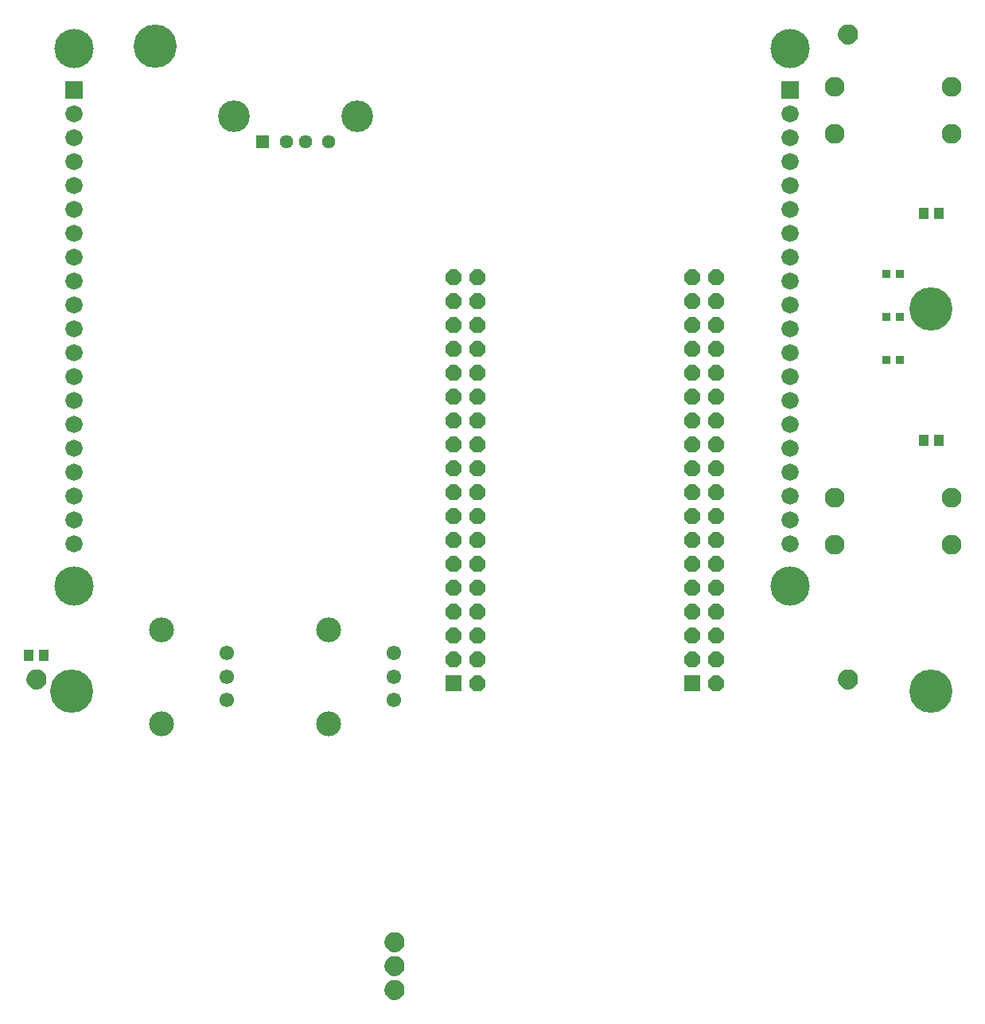
<source format=gbr>
G04 EAGLE Gerber RS-274X export*
G75*
%MOMM*%
%FSLAX34Y34*%
%LPD*%
%INSoldermask Top*%
%IPPOS*%
%AMOC8*
5,1,8,0,0,1.08239X$1,22.5*%
G01*
%ADD10R,0.952400X0.952400*%
%ADD11R,1.676400X1.676400*%
%ADD12P,1.814519X8X112.500000*%
%ADD13C,1.552400*%
%ADD14C,2.652400*%
%ADD15C,2.112400*%
%ADD16R,1.828800X1.828800*%
%ADD17C,1.828800*%
%ADD18C,4.168400*%
%ADD19R,1.102359X1.183641*%
%ADD20R,1.440400X1.440400*%
%ADD21C,1.440400*%
%ADD22C,3.372400*%
%ADD23C,0.609600*%
%ADD24C,1.168400*%
%ADD25C,4.597400*%


D10*
X929760Y402590D03*
X944760Y402590D03*
D11*
X469640Y59100D03*
D12*
X495040Y59100D03*
X469640Y84500D03*
X495040Y84500D03*
X469640Y109900D03*
X495040Y109900D03*
X469640Y135300D03*
X495040Y135300D03*
X469640Y160700D03*
X495040Y160700D03*
X469640Y186100D03*
X495040Y186100D03*
X469640Y211500D03*
X495040Y211500D03*
X469640Y236900D03*
X495040Y236900D03*
X469640Y262300D03*
X495040Y262300D03*
X469640Y287700D03*
X495040Y287700D03*
X469640Y313100D03*
X495040Y313100D03*
X469640Y338500D03*
X495040Y338500D03*
X469640Y363900D03*
X495040Y363900D03*
X469640Y389300D03*
X495040Y389300D03*
X469640Y414700D03*
X495040Y414700D03*
X469640Y440100D03*
X495040Y440100D03*
X469640Y465500D03*
X495040Y465500D03*
X469640Y490900D03*
X495040Y490900D03*
D11*
X723640Y59100D03*
D12*
X749040Y59100D03*
X723640Y84500D03*
X749040Y84500D03*
X723640Y109900D03*
X749040Y109900D03*
X723640Y135300D03*
X749040Y135300D03*
X723640Y160700D03*
X749040Y160700D03*
X723640Y186100D03*
X749040Y186100D03*
X723640Y211500D03*
X749040Y211500D03*
X723640Y236900D03*
X749040Y236900D03*
X723640Y262300D03*
X749040Y262300D03*
X723640Y287700D03*
X749040Y287700D03*
X723640Y313100D03*
X749040Y313100D03*
X723640Y338500D03*
X749040Y338500D03*
X723640Y363900D03*
X749040Y363900D03*
X723640Y389300D03*
X749040Y389300D03*
X723640Y414700D03*
X749040Y414700D03*
X723640Y440100D03*
X749040Y440100D03*
X723640Y465500D03*
X749040Y465500D03*
X723640Y490900D03*
X749040Y490900D03*
D13*
X406400Y41040D03*
X406400Y66040D03*
X406400Y91040D03*
D14*
X336400Y16040D03*
X336400Y116040D03*
D15*
X999760Y693020D03*
X999760Y643020D03*
X874760Y643020D03*
X874760Y693020D03*
D16*
X828040Y689610D03*
D17*
X828040Y664210D03*
X828040Y638810D03*
X828040Y613410D03*
X828040Y588010D03*
X828040Y562610D03*
X828040Y537210D03*
X828040Y511810D03*
X828040Y486410D03*
X828040Y461010D03*
X828040Y435610D03*
X828040Y410210D03*
X828040Y384810D03*
X828040Y359410D03*
X828040Y334010D03*
X828040Y308610D03*
X828040Y283210D03*
X828040Y257810D03*
X828040Y232410D03*
X828040Y207010D03*
D16*
X66040Y689610D03*
D17*
X66040Y664210D03*
X66040Y638810D03*
X66040Y613410D03*
X66040Y588010D03*
X66040Y562610D03*
X66040Y537210D03*
X66040Y511810D03*
X66040Y486410D03*
X66040Y461010D03*
X66040Y435610D03*
X66040Y410210D03*
X66040Y384810D03*
X66040Y359410D03*
X66040Y334010D03*
X66040Y308610D03*
X66040Y283210D03*
X66040Y257810D03*
X66040Y232410D03*
X66040Y207010D03*
D18*
X66040Y734060D03*
X66040Y162560D03*
X828040Y734060D03*
X828040Y162560D03*
D10*
X929760Y448310D03*
X944760Y448310D03*
X929760Y494030D03*
X944760Y494030D03*
D19*
X969899Y558800D03*
X985901Y558800D03*
D13*
X228600Y41040D03*
X228600Y66040D03*
X228600Y91040D03*
D14*
X158600Y16040D03*
X158600Y116040D03*
D20*
X266700Y635000D03*
D21*
X291700Y635000D03*
X311700Y635000D03*
X336700Y635000D03*
D22*
X236000Y662100D03*
X367400Y662100D03*
D15*
X999760Y256140D03*
X999760Y206140D03*
X874760Y206140D03*
X874760Y256140D03*
D19*
X969899Y317500D03*
X985901Y317500D03*
X17399Y88900D03*
X33401Y88900D03*
D23*
X881380Y63500D02*
X881382Y63687D01*
X881389Y63874D01*
X881401Y64061D01*
X881417Y64247D01*
X881437Y64433D01*
X881462Y64618D01*
X881492Y64803D01*
X881526Y64987D01*
X881565Y65170D01*
X881608Y65352D01*
X881656Y65532D01*
X881708Y65712D01*
X881765Y65890D01*
X881825Y66067D01*
X881891Y66242D01*
X881960Y66416D01*
X882034Y66588D01*
X882112Y66758D01*
X882194Y66926D01*
X882280Y67092D01*
X882370Y67256D01*
X882464Y67417D01*
X882562Y67577D01*
X882664Y67733D01*
X882770Y67888D01*
X882880Y68039D01*
X882993Y68188D01*
X883110Y68334D01*
X883230Y68477D01*
X883354Y68617D01*
X883481Y68754D01*
X883612Y68888D01*
X883746Y69019D01*
X883883Y69146D01*
X884023Y69270D01*
X884166Y69390D01*
X884312Y69507D01*
X884461Y69620D01*
X884612Y69730D01*
X884767Y69836D01*
X884923Y69938D01*
X885083Y70036D01*
X885244Y70130D01*
X885408Y70220D01*
X885574Y70306D01*
X885742Y70388D01*
X885912Y70466D01*
X886084Y70540D01*
X886258Y70609D01*
X886433Y70675D01*
X886610Y70735D01*
X886788Y70792D01*
X886968Y70844D01*
X887148Y70892D01*
X887330Y70935D01*
X887513Y70974D01*
X887697Y71008D01*
X887882Y71038D01*
X888067Y71063D01*
X888253Y71083D01*
X888439Y71099D01*
X888626Y71111D01*
X888813Y71118D01*
X889000Y71120D01*
X889187Y71118D01*
X889374Y71111D01*
X889561Y71099D01*
X889747Y71083D01*
X889933Y71063D01*
X890118Y71038D01*
X890303Y71008D01*
X890487Y70974D01*
X890670Y70935D01*
X890852Y70892D01*
X891032Y70844D01*
X891212Y70792D01*
X891390Y70735D01*
X891567Y70675D01*
X891742Y70609D01*
X891916Y70540D01*
X892088Y70466D01*
X892258Y70388D01*
X892426Y70306D01*
X892592Y70220D01*
X892756Y70130D01*
X892917Y70036D01*
X893077Y69938D01*
X893233Y69836D01*
X893388Y69730D01*
X893539Y69620D01*
X893688Y69507D01*
X893834Y69390D01*
X893977Y69270D01*
X894117Y69146D01*
X894254Y69019D01*
X894388Y68888D01*
X894519Y68754D01*
X894646Y68617D01*
X894770Y68477D01*
X894890Y68334D01*
X895007Y68188D01*
X895120Y68039D01*
X895230Y67888D01*
X895336Y67733D01*
X895438Y67577D01*
X895536Y67417D01*
X895630Y67256D01*
X895720Y67092D01*
X895806Y66926D01*
X895888Y66758D01*
X895966Y66588D01*
X896040Y66416D01*
X896109Y66242D01*
X896175Y66067D01*
X896235Y65890D01*
X896292Y65712D01*
X896344Y65532D01*
X896392Y65352D01*
X896435Y65170D01*
X896474Y64987D01*
X896508Y64803D01*
X896538Y64618D01*
X896563Y64433D01*
X896583Y64247D01*
X896599Y64061D01*
X896611Y63874D01*
X896618Y63687D01*
X896620Y63500D01*
X896618Y63313D01*
X896611Y63126D01*
X896599Y62939D01*
X896583Y62753D01*
X896563Y62567D01*
X896538Y62382D01*
X896508Y62197D01*
X896474Y62013D01*
X896435Y61830D01*
X896392Y61648D01*
X896344Y61468D01*
X896292Y61288D01*
X896235Y61110D01*
X896175Y60933D01*
X896109Y60758D01*
X896040Y60584D01*
X895966Y60412D01*
X895888Y60242D01*
X895806Y60074D01*
X895720Y59908D01*
X895630Y59744D01*
X895536Y59583D01*
X895438Y59423D01*
X895336Y59267D01*
X895230Y59112D01*
X895120Y58961D01*
X895007Y58812D01*
X894890Y58666D01*
X894770Y58523D01*
X894646Y58383D01*
X894519Y58246D01*
X894388Y58112D01*
X894254Y57981D01*
X894117Y57854D01*
X893977Y57730D01*
X893834Y57610D01*
X893688Y57493D01*
X893539Y57380D01*
X893388Y57270D01*
X893233Y57164D01*
X893077Y57062D01*
X892917Y56964D01*
X892756Y56870D01*
X892592Y56780D01*
X892426Y56694D01*
X892258Y56612D01*
X892088Y56534D01*
X891916Y56460D01*
X891742Y56391D01*
X891567Y56325D01*
X891390Y56265D01*
X891212Y56208D01*
X891032Y56156D01*
X890852Y56108D01*
X890670Y56065D01*
X890487Y56026D01*
X890303Y55992D01*
X890118Y55962D01*
X889933Y55937D01*
X889747Y55917D01*
X889561Y55901D01*
X889374Y55889D01*
X889187Y55882D01*
X889000Y55880D01*
X888813Y55882D01*
X888626Y55889D01*
X888439Y55901D01*
X888253Y55917D01*
X888067Y55937D01*
X887882Y55962D01*
X887697Y55992D01*
X887513Y56026D01*
X887330Y56065D01*
X887148Y56108D01*
X886968Y56156D01*
X886788Y56208D01*
X886610Y56265D01*
X886433Y56325D01*
X886258Y56391D01*
X886084Y56460D01*
X885912Y56534D01*
X885742Y56612D01*
X885574Y56694D01*
X885408Y56780D01*
X885244Y56870D01*
X885083Y56964D01*
X884923Y57062D01*
X884767Y57164D01*
X884612Y57270D01*
X884461Y57380D01*
X884312Y57493D01*
X884166Y57610D01*
X884023Y57730D01*
X883883Y57854D01*
X883746Y57981D01*
X883612Y58112D01*
X883481Y58246D01*
X883354Y58383D01*
X883230Y58523D01*
X883110Y58666D01*
X882993Y58812D01*
X882880Y58961D01*
X882770Y59112D01*
X882664Y59267D01*
X882562Y59423D01*
X882464Y59583D01*
X882370Y59744D01*
X882280Y59908D01*
X882194Y60074D01*
X882112Y60242D01*
X882034Y60412D01*
X881960Y60584D01*
X881891Y60758D01*
X881825Y60933D01*
X881765Y61110D01*
X881708Y61288D01*
X881656Y61468D01*
X881608Y61648D01*
X881565Y61830D01*
X881526Y62013D01*
X881492Y62197D01*
X881462Y62382D01*
X881437Y62567D01*
X881417Y62753D01*
X881401Y62939D01*
X881389Y63126D01*
X881382Y63313D01*
X881380Y63500D01*
D24*
X889000Y63500D03*
D23*
X17780Y63500D02*
X17782Y63687D01*
X17789Y63874D01*
X17801Y64061D01*
X17817Y64247D01*
X17837Y64433D01*
X17862Y64618D01*
X17892Y64803D01*
X17926Y64987D01*
X17965Y65170D01*
X18008Y65352D01*
X18056Y65532D01*
X18108Y65712D01*
X18165Y65890D01*
X18225Y66067D01*
X18291Y66242D01*
X18360Y66416D01*
X18434Y66588D01*
X18512Y66758D01*
X18594Y66926D01*
X18680Y67092D01*
X18770Y67256D01*
X18864Y67417D01*
X18962Y67577D01*
X19064Y67733D01*
X19170Y67888D01*
X19280Y68039D01*
X19393Y68188D01*
X19510Y68334D01*
X19630Y68477D01*
X19754Y68617D01*
X19881Y68754D01*
X20012Y68888D01*
X20146Y69019D01*
X20283Y69146D01*
X20423Y69270D01*
X20566Y69390D01*
X20712Y69507D01*
X20861Y69620D01*
X21012Y69730D01*
X21167Y69836D01*
X21323Y69938D01*
X21483Y70036D01*
X21644Y70130D01*
X21808Y70220D01*
X21974Y70306D01*
X22142Y70388D01*
X22312Y70466D01*
X22484Y70540D01*
X22658Y70609D01*
X22833Y70675D01*
X23010Y70735D01*
X23188Y70792D01*
X23368Y70844D01*
X23548Y70892D01*
X23730Y70935D01*
X23913Y70974D01*
X24097Y71008D01*
X24282Y71038D01*
X24467Y71063D01*
X24653Y71083D01*
X24839Y71099D01*
X25026Y71111D01*
X25213Y71118D01*
X25400Y71120D01*
X25587Y71118D01*
X25774Y71111D01*
X25961Y71099D01*
X26147Y71083D01*
X26333Y71063D01*
X26518Y71038D01*
X26703Y71008D01*
X26887Y70974D01*
X27070Y70935D01*
X27252Y70892D01*
X27432Y70844D01*
X27612Y70792D01*
X27790Y70735D01*
X27967Y70675D01*
X28142Y70609D01*
X28316Y70540D01*
X28488Y70466D01*
X28658Y70388D01*
X28826Y70306D01*
X28992Y70220D01*
X29156Y70130D01*
X29317Y70036D01*
X29477Y69938D01*
X29633Y69836D01*
X29788Y69730D01*
X29939Y69620D01*
X30088Y69507D01*
X30234Y69390D01*
X30377Y69270D01*
X30517Y69146D01*
X30654Y69019D01*
X30788Y68888D01*
X30919Y68754D01*
X31046Y68617D01*
X31170Y68477D01*
X31290Y68334D01*
X31407Y68188D01*
X31520Y68039D01*
X31630Y67888D01*
X31736Y67733D01*
X31838Y67577D01*
X31936Y67417D01*
X32030Y67256D01*
X32120Y67092D01*
X32206Y66926D01*
X32288Y66758D01*
X32366Y66588D01*
X32440Y66416D01*
X32509Y66242D01*
X32575Y66067D01*
X32635Y65890D01*
X32692Y65712D01*
X32744Y65532D01*
X32792Y65352D01*
X32835Y65170D01*
X32874Y64987D01*
X32908Y64803D01*
X32938Y64618D01*
X32963Y64433D01*
X32983Y64247D01*
X32999Y64061D01*
X33011Y63874D01*
X33018Y63687D01*
X33020Y63500D01*
X33018Y63313D01*
X33011Y63126D01*
X32999Y62939D01*
X32983Y62753D01*
X32963Y62567D01*
X32938Y62382D01*
X32908Y62197D01*
X32874Y62013D01*
X32835Y61830D01*
X32792Y61648D01*
X32744Y61468D01*
X32692Y61288D01*
X32635Y61110D01*
X32575Y60933D01*
X32509Y60758D01*
X32440Y60584D01*
X32366Y60412D01*
X32288Y60242D01*
X32206Y60074D01*
X32120Y59908D01*
X32030Y59744D01*
X31936Y59583D01*
X31838Y59423D01*
X31736Y59267D01*
X31630Y59112D01*
X31520Y58961D01*
X31407Y58812D01*
X31290Y58666D01*
X31170Y58523D01*
X31046Y58383D01*
X30919Y58246D01*
X30788Y58112D01*
X30654Y57981D01*
X30517Y57854D01*
X30377Y57730D01*
X30234Y57610D01*
X30088Y57493D01*
X29939Y57380D01*
X29788Y57270D01*
X29633Y57164D01*
X29477Y57062D01*
X29317Y56964D01*
X29156Y56870D01*
X28992Y56780D01*
X28826Y56694D01*
X28658Y56612D01*
X28488Y56534D01*
X28316Y56460D01*
X28142Y56391D01*
X27967Y56325D01*
X27790Y56265D01*
X27612Y56208D01*
X27432Y56156D01*
X27252Y56108D01*
X27070Y56065D01*
X26887Y56026D01*
X26703Y55992D01*
X26518Y55962D01*
X26333Y55937D01*
X26147Y55917D01*
X25961Y55901D01*
X25774Y55889D01*
X25587Y55882D01*
X25400Y55880D01*
X25213Y55882D01*
X25026Y55889D01*
X24839Y55901D01*
X24653Y55917D01*
X24467Y55937D01*
X24282Y55962D01*
X24097Y55992D01*
X23913Y56026D01*
X23730Y56065D01*
X23548Y56108D01*
X23368Y56156D01*
X23188Y56208D01*
X23010Y56265D01*
X22833Y56325D01*
X22658Y56391D01*
X22484Y56460D01*
X22312Y56534D01*
X22142Y56612D01*
X21974Y56694D01*
X21808Y56780D01*
X21644Y56870D01*
X21483Y56964D01*
X21323Y57062D01*
X21167Y57164D01*
X21012Y57270D01*
X20861Y57380D01*
X20712Y57493D01*
X20566Y57610D01*
X20423Y57730D01*
X20283Y57854D01*
X20146Y57981D01*
X20012Y58112D01*
X19881Y58246D01*
X19754Y58383D01*
X19630Y58523D01*
X19510Y58666D01*
X19393Y58812D01*
X19280Y58961D01*
X19170Y59112D01*
X19064Y59267D01*
X18962Y59423D01*
X18864Y59583D01*
X18770Y59744D01*
X18680Y59908D01*
X18594Y60074D01*
X18512Y60242D01*
X18434Y60412D01*
X18360Y60584D01*
X18291Y60758D01*
X18225Y60933D01*
X18165Y61110D01*
X18108Y61288D01*
X18056Y61468D01*
X18008Y61648D01*
X17965Y61830D01*
X17926Y62013D01*
X17892Y62197D01*
X17862Y62382D01*
X17837Y62567D01*
X17817Y62753D01*
X17801Y62939D01*
X17789Y63126D01*
X17782Y63313D01*
X17780Y63500D01*
D24*
X25400Y63500D03*
D23*
X881380Y749300D02*
X881382Y749487D01*
X881389Y749674D01*
X881401Y749861D01*
X881417Y750047D01*
X881437Y750233D01*
X881462Y750418D01*
X881492Y750603D01*
X881526Y750787D01*
X881565Y750970D01*
X881608Y751152D01*
X881656Y751332D01*
X881708Y751512D01*
X881765Y751690D01*
X881825Y751867D01*
X881891Y752042D01*
X881960Y752216D01*
X882034Y752388D01*
X882112Y752558D01*
X882194Y752726D01*
X882280Y752892D01*
X882370Y753056D01*
X882464Y753217D01*
X882562Y753377D01*
X882664Y753533D01*
X882770Y753688D01*
X882880Y753839D01*
X882993Y753988D01*
X883110Y754134D01*
X883230Y754277D01*
X883354Y754417D01*
X883481Y754554D01*
X883612Y754688D01*
X883746Y754819D01*
X883883Y754946D01*
X884023Y755070D01*
X884166Y755190D01*
X884312Y755307D01*
X884461Y755420D01*
X884612Y755530D01*
X884767Y755636D01*
X884923Y755738D01*
X885083Y755836D01*
X885244Y755930D01*
X885408Y756020D01*
X885574Y756106D01*
X885742Y756188D01*
X885912Y756266D01*
X886084Y756340D01*
X886258Y756409D01*
X886433Y756475D01*
X886610Y756535D01*
X886788Y756592D01*
X886968Y756644D01*
X887148Y756692D01*
X887330Y756735D01*
X887513Y756774D01*
X887697Y756808D01*
X887882Y756838D01*
X888067Y756863D01*
X888253Y756883D01*
X888439Y756899D01*
X888626Y756911D01*
X888813Y756918D01*
X889000Y756920D01*
X889187Y756918D01*
X889374Y756911D01*
X889561Y756899D01*
X889747Y756883D01*
X889933Y756863D01*
X890118Y756838D01*
X890303Y756808D01*
X890487Y756774D01*
X890670Y756735D01*
X890852Y756692D01*
X891032Y756644D01*
X891212Y756592D01*
X891390Y756535D01*
X891567Y756475D01*
X891742Y756409D01*
X891916Y756340D01*
X892088Y756266D01*
X892258Y756188D01*
X892426Y756106D01*
X892592Y756020D01*
X892756Y755930D01*
X892917Y755836D01*
X893077Y755738D01*
X893233Y755636D01*
X893388Y755530D01*
X893539Y755420D01*
X893688Y755307D01*
X893834Y755190D01*
X893977Y755070D01*
X894117Y754946D01*
X894254Y754819D01*
X894388Y754688D01*
X894519Y754554D01*
X894646Y754417D01*
X894770Y754277D01*
X894890Y754134D01*
X895007Y753988D01*
X895120Y753839D01*
X895230Y753688D01*
X895336Y753533D01*
X895438Y753377D01*
X895536Y753217D01*
X895630Y753056D01*
X895720Y752892D01*
X895806Y752726D01*
X895888Y752558D01*
X895966Y752388D01*
X896040Y752216D01*
X896109Y752042D01*
X896175Y751867D01*
X896235Y751690D01*
X896292Y751512D01*
X896344Y751332D01*
X896392Y751152D01*
X896435Y750970D01*
X896474Y750787D01*
X896508Y750603D01*
X896538Y750418D01*
X896563Y750233D01*
X896583Y750047D01*
X896599Y749861D01*
X896611Y749674D01*
X896618Y749487D01*
X896620Y749300D01*
X896618Y749113D01*
X896611Y748926D01*
X896599Y748739D01*
X896583Y748553D01*
X896563Y748367D01*
X896538Y748182D01*
X896508Y747997D01*
X896474Y747813D01*
X896435Y747630D01*
X896392Y747448D01*
X896344Y747268D01*
X896292Y747088D01*
X896235Y746910D01*
X896175Y746733D01*
X896109Y746558D01*
X896040Y746384D01*
X895966Y746212D01*
X895888Y746042D01*
X895806Y745874D01*
X895720Y745708D01*
X895630Y745544D01*
X895536Y745383D01*
X895438Y745223D01*
X895336Y745067D01*
X895230Y744912D01*
X895120Y744761D01*
X895007Y744612D01*
X894890Y744466D01*
X894770Y744323D01*
X894646Y744183D01*
X894519Y744046D01*
X894388Y743912D01*
X894254Y743781D01*
X894117Y743654D01*
X893977Y743530D01*
X893834Y743410D01*
X893688Y743293D01*
X893539Y743180D01*
X893388Y743070D01*
X893233Y742964D01*
X893077Y742862D01*
X892917Y742764D01*
X892756Y742670D01*
X892592Y742580D01*
X892426Y742494D01*
X892258Y742412D01*
X892088Y742334D01*
X891916Y742260D01*
X891742Y742191D01*
X891567Y742125D01*
X891390Y742065D01*
X891212Y742008D01*
X891032Y741956D01*
X890852Y741908D01*
X890670Y741865D01*
X890487Y741826D01*
X890303Y741792D01*
X890118Y741762D01*
X889933Y741737D01*
X889747Y741717D01*
X889561Y741701D01*
X889374Y741689D01*
X889187Y741682D01*
X889000Y741680D01*
X888813Y741682D01*
X888626Y741689D01*
X888439Y741701D01*
X888253Y741717D01*
X888067Y741737D01*
X887882Y741762D01*
X887697Y741792D01*
X887513Y741826D01*
X887330Y741865D01*
X887148Y741908D01*
X886968Y741956D01*
X886788Y742008D01*
X886610Y742065D01*
X886433Y742125D01*
X886258Y742191D01*
X886084Y742260D01*
X885912Y742334D01*
X885742Y742412D01*
X885574Y742494D01*
X885408Y742580D01*
X885244Y742670D01*
X885083Y742764D01*
X884923Y742862D01*
X884767Y742964D01*
X884612Y743070D01*
X884461Y743180D01*
X884312Y743293D01*
X884166Y743410D01*
X884023Y743530D01*
X883883Y743654D01*
X883746Y743781D01*
X883612Y743912D01*
X883481Y744046D01*
X883354Y744183D01*
X883230Y744323D01*
X883110Y744466D01*
X882993Y744612D01*
X882880Y744761D01*
X882770Y744912D01*
X882664Y745067D01*
X882562Y745223D01*
X882464Y745383D01*
X882370Y745544D01*
X882280Y745708D01*
X882194Y745874D01*
X882112Y746042D01*
X882034Y746212D01*
X881960Y746384D01*
X881891Y746558D01*
X881825Y746733D01*
X881765Y746910D01*
X881708Y747088D01*
X881656Y747268D01*
X881608Y747448D01*
X881565Y747630D01*
X881526Y747813D01*
X881492Y747997D01*
X881462Y748182D01*
X881437Y748367D01*
X881417Y748553D01*
X881401Y748739D01*
X881389Y748926D01*
X881382Y749113D01*
X881380Y749300D01*
D24*
X889000Y749300D03*
D23*
X398780Y-215900D02*
X398782Y-215713D01*
X398789Y-215526D01*
X398801Y-215339D01*
X398817Y-215153D01*
X398837Y-214967D01*
X398862Y-214782D01*
X398892Y-214597D01*
X398926Y-214413D01*
X398965Y-214230D01*
X399008Y-214048D01*
X399056Y-213868D01*
X399108Y-213688D01*
X399165Y-213510D01*
X399225Y-213333D01*
X399291Y-213158D01*
X399360Y-212984D01*
X399434Y-212812D01*
X399512Y-212642D01*
X399594Y-212474D01*
X399680Y-212308D01*
X399770Y-212144D01*
X399864Y-211983D01*
X399962Y-211823D01*
X400064Y-211667D01*
X400170Y-211512D01*
X400280Y-211361D01*
X400393Y-211212D01*
X400510Y-211066D01*
X400630Y-210923D01*
X400754Y-210783D01*
X400881Y-210646D01*
X401012Y-210512D01*
X401146Y-210381D01*
X401283Y-210254D01*
X401423Y-210130D01*
X401566Y-210010D01*
X401712Y-209893D01*
X401861Y-209780D01*
X402012Y-209670D01*
X402167Y-209564D01*
X402323Y-209462D01*
X402483Y-209364D01*
X402644Y-209270D01*
X402808Y-209180D01*
X402974Y-209094D01*
X403142Y-209012D01*
X403312Y-208934D01*
X403484Y-208860D01*
X403658Y-208791D01*
X403833Y-208725D01*
X404010Y-208665D01*
X404188Y-208608D01*
X404368Y-208556D01*
X404548Y-208508D01*
X404730Y-208465D01*
X404913Y-208426D01*
X405097Y-208392D01*
X405282Y-208362D01*
X405467Y-208337D01*
X405653Y-208317D01*
X405839Y-208301D01*
X406026Y-208289D01*
X406213Y-208282D01*
X406400Y-208280D01*
X406587Y-208282D01*
X406774Y-208289D01*
X406961Y-208301D01*
X407147Y-208317D01*
X407333Y-208337D01*
X407518Y-208362D01*
X407703Y-208392D01*
X407887Y-208426D01*
X408070Y-208465D01*
X408252Y-208508D01*
X408432Y-208556D01*
X408612Y-208608D01*
X408790Y-208665D01*
X408967Y-208725D01*
X409142Y-208791D01*
X409316Y-208860D01*
X409488Y-208934D01*
X409658Y-209012D01*
X409826Y-209094D01*
X409992Y-209180D01*
X410156Y-209270D01*
X410317Y-209364D01*
X410477Y-209462D01*
X410633Y-209564D01*
X410788Y-209670D01*
X410939Y-209780D01*
X411088Y-209893D01*
X411234Y-210010D01*
X411377Y-210130D01*
X411517Y-210254D01*
X411654Y-210381D01*
X411788Y-210512D01*
X411919Y-210646D01*
X412046Y-210783D01*
X412170Y-210923D01*
X412290Y-211066D01*
X412407Y-211212D01*
X412520Y-211361D01*
X412630Y-211512D01*
X412736Y-211667D01*
X412838Y-211823D01*
X412936Y-211983D01*
X413030Y-212144D01*
X413120Y-212308D01*
X413206Y-212474D01*
X413288Y-212642D01*
X413366Y-212812D01*
X413440Y-212984D01*
X413509Y-213158D01*
X413575Y-213333D01*
X413635Y-213510D01*
X413692Y-213688D01*
X413744Y-213868D01*
X413792Y-214048D01*
X413835Y-214230D01*
X413874Y-214413D01*
X413908Y-214597D01*
X413938Y-214782D01*
X413963Y-214967D01*
X413983Y-215153D01*
X413999Y-215339D01*
X414011Y-215526D01*
X414018Y-215713D01*
X414020Y-215900D01*
X414018Y-216087D01*
X414011Y-216274D01*
X413999Y-216461D01*
X413983Y-216647D01*
X413963Y-216833D01*
X413938Y-217018D01*
X413908Y-217203D01*
X413874Y-217387D01*
X413835Y-217570D01*
X413792Y-217752D01*
X413744Y-217932D01*
X413692Y-218112D01*
X413635Y-218290D01*
X413575Y-218467D01*
X413509Y-218642D01*
X413440Y-218816D01*
X413366Y-218988D01*
X413288Y-219158D01*
X413206Y-219326D01*
X413120Y-219492D01*
X413030Y-219656D01*
X412936Y-219817D01*
X412838Y-219977D01*
X412736Y-220133D01*
X412630Y-220288D01*
X412520Y-220439D01*
X412407Y-220588D01*
X412290Y-220734D01*
X412170Y-220877D01*
X412046Y-221017D01*
X411919Y-221154D01*
X411788Y-221288D01*
X411654Y-221419D01*
X411517Y-221546D01*
X411377Y-221670D01*
X411234Y-221790D01*
X411088Y-221907D01*
X410939Y-222020D01*
X410788Y-222130D01*
X410633Y-222236D01*
X410477Y-222338D01*
X410317Y-222436D01*
X410156Y-222530D01*
X409992Y-222620D01*
X409826Y-222706D01*
X409658Y-222788D01*
X409488Y-222866D01*
X409316Y-222940D01*
X409142Y-223009D01*
X408967Y-223075D01*
X408790Y-223135D01*
X408612Y-223192D01*
X408432Y-223244D01*
X408252Y-223292D01*
X408070Y-223335D01*
X407887Y-223374D01*
X407703Y-223408D01*
X407518Y-223438D01*
X407333Y-223463D01*
X407147Y-223483D01*
X406961Y-223499D01*
X406774Y-223511D01*
X406587Y-223518D01*
X406400Y-223520D01*
X406213Y-223518D01*
X406026Y-223511D01*
X405839Y-223499D01*
X405653Y-223483D01*
X405467Y-223463D01*
X405282Y-223438D01*
X405097Y-223408D01*
X404913Y-223374D01*
X404730Y-223335D01*
X404548Y-223292D01*
X404368Y-223244D01*
X404188Y-223192D01*
X404010Y-223135D01*
X403833Y-223075D01*
X403658Y-223009D01*
X403484Y-222940D01*
X403312Y-222866D01*
X403142Y-222788D01*
X402974Y-222706D01*
X402808Y-222620D01*
X402644Y-222530D01*
X402483Y-222436D01*
X402323Y-222338D01*
X402167Y-222236D01*
X402012Y-222130D01*
X401861Y-222020D01*
X401712Y-221907D01*
X401566Y-221790D01*
X401423Y-221670D01*
X401283Y-221546D01*
X401146Y-221419D01*
X401012Y-221288D01*
X400881Y-221154D01*
X400754Y-221017D01*
X400630Y-220877D01*
X400510Y-220734D01*
X400393Y-220588D01*
X400280Y-220439D01*
X400170Y-220288D01*
X400064Y-220133D01*
X399962Y-219977D01*
X399864Y-219817D01*
X399770Y-219656D01*
X399680Y-219492D01*
X399594Y-219326D01*
X399512Y-219158D01*
X399434Y-218988D01*
X399360Y-218816D01*
X399291Y-218642D01*
X399225Y-218467D01*
X399165Y-218290D01*
X399108Y-218112D01*
X399056Y-217932D01*
X399008Y-217752D01*
X398965Y-217570D01*
X398926Y-217387D01*
X398892Y-217203D01*
X398862Y-217018D01*
X398837Y-216833D01*
X398817Y-216647D01*
X398801Y-216461D01*
X398789Y-216274D01*
X398782Y-216087D01*
X398780Y-215900D01*
D24*
X406400Y-215900D03*
D23*
X398780Y-241300D02*
X398782Y-241113D01*
X398789Y-240926D01*
X398801Y-240739D01*
X398817Y-240553D01*
X398837Y-240367D01*
X398862Y-240182D01*
X398892Y-239997D01*
X398926Y-239813D01*
X398965Y-239630D01*
X399008Y-239448D01*
X399056Y-239268D01*
X399108Y-239088D01*
X399165Y-238910D01*
X399225Y-238733D01*
X399291Y-238558D01*
X399360Y-238384D01*
X399434Y-238212D01*
X399512Y-238042D01*
X399594Y-237874D01*
X399680Y-237708D01*
X399770Y-237544D01*
X399864Y-237383D01*
X399962Y-237223D01*
X400064Y-237067D01*
X400170Y-236912D01*
X400280Y-236761D01*
X400393Y-236612D01*
X400510Y-236466D01*
X400630Y-236323D01*
X400754Y-236183D01*
X400881Y-236046D01*
X401012Y-235912D01*
X401146Y-235781D01*
X401283Y-235654D01*
X401423Y-235530D01*
X401566Y-235410D01*
X401712Y-235293D01*
X401861Y-235180D01*
X402012Y-235070D01*
X402167Y-234964D01*
X402323Y-234862D01*
X402483Y-234764D01*
X402644Y-234670D01*
X402808Y-234580D01*
X402974Y-234494D01*
X403142Y-234412D01*
X403312Y-234334D01*
X403484Y-234260D01*
X403658Y-234191D01*
X403833Y-234125D01*
X404010Y-234065D01*
X404188Y-234008D01*
X404368Y-233956D01*
X404548Y-233908D01*
X404730Y-233865D01*
X404913Y-233826D01*
X405097Y-233792D01*
X405282Y-233762D01*
X405467Y-233737D01*
X405653Y-233717D01*
X405839Y-233701D01*
X406026Y-233689D01*
X406213Y-233682D01*
X406400Y-233680D01*
X406587Y-233682D01*
X406774Y-233689D01*
X406961Y-233701D01*
X407147Y-233717D01*
X407333Y-233737D01*
X407518Y-233762D01*
X407703Y-233792D01*
X407887Y-233826D01*
X408070Y-233865D01*
X408252Y-233908D01*
X408432Y-233956D01*
X408612Y-234008D01*
X408790Y-234065D01*
X408967Y-234125D01*
X409142Y-234191D01*
X409316Y-234260D01*
X409488Y-234334D01*
X409658Y-234412D01*
X409826Y-234494D01*
X409992Y-234580D01*
X410156Y-234670D01*
X410317Y-234764D01*
X410477Y-234862D01*
X410633Y-234964D01*
X410788Y-235070D01*
X410939Y-235180D01*
X411088Y-235293D01*
X411234Y-235410D01*
X411377Y-235530D01*
X411517Y-235654D01*
X411654Y-235781D01*
X411788Y-235912D01*
X411919Y-236046D01*
X412046Y-236183D01*
X412170Y-236323D01*
X412290Y-236466D01*
X412407Y-236612D01*
X412520Y-236761D01*
X412630Y-236912D01*
X412736Y-237067D01*
X412838Y-237223D01*
X412936Y-237383D01*
X413030Y-237544D01*
X413120Y-237708D01*
X413206Y-237874D01*
X413288Y-238042D01*
X413366Y-238212D01*
X413440Y-238384D01*
X413509Y-238558D01*
X413575Y-238733D01*
X413635Y-238910D01*
X413692Y-239088D01*
X413744Y-239268D01*
X413792Y-239448D01*
X413835Y-239630D01*
X413874Y-239813D01*
X413908Y-239997D01*
X413938Y-240182D01*
X413963Y-240367D01*
X413983Y-240553D01*
X413999Y-240739D01*
X414011Y-240926D01*
X414018Y-241113D01*
X414020Y-241300D01*
X414018Y-241487D01*
X414011Y-241674D01*
X413999Y-241861D01*
X413983Y-242047D01*
X413963Y-242233D01*
X413938Y-242418D01*
X413908Y-242603D01*
X413874Y-242787D01*
X413835Y-242970D01*
X413792Y-243152D01*
X413744Y-243332D01*
X413692Y-243512D01*
X413635Y-243690D01*
X413575Y-243867D01*
X413509Y-244042D01*
X413440Y-244216D01*
X413366Y-244388D01*
X413288Y-244558D01*
X413206Y-244726D01*
X413120Y-244892D01*
X413030Y-245056D01*
X412936Y-245217D01*
X412838Y-245377D01*
X412736Y-245533D01*
X412630Y-245688D01*
X412520Y-245839D01*
X412407Y-245988D01*
X412290Y-246134D01*
X412170Y-246277D01*
X412046Y-246417D01*
X411919Y-246554D01*
X411788Y-246688D01*
X411654Y-246819D01*
X411517Y-246946D01*
X411377Y-247070D01*
X411234Y-247190D01*
X411088Y-247307D01*
X410939Y-247420D01*
X410788Y-247530D01*
X410633Y-247636D01*
X410477Y-247738D01*
X410317Y-247836D01*
X410156Y-247930D01*
X409992Y-248020D01*
X409826Y-248106D01*
X409658Y-248188D01*
X409488Y-248266D01*
X409316Y-248340D01*
X409142Y-248409D01*
X408967Y-248475D01*
X408790Y-248535D01*
X408612Y-248592D01*
X408432Y-248644D01*
X408252Y-248692D01*
X408070Y-248735D01*
X407887Y-248774D01*
X407703Y-248808D01*
X407518Y-248838D01*
X407333Y-248863D01*
X407147Y-248883D01*
X406961Y-248899D01*
X406774Y-248911D01*
X406587Y-248918D01*
X406400Y-248920D01*
X406213Y-248918D01*
X406026Y-248911D01*
X405839Y-248899D01*
X405653Y-248883D01*
X405467Y-248863D01*
X405282Y-248838D01*
X405097Y-248808D01*
X404913Y-248774D01*
X404730Y-248735D01*
X404548Y-248692D01*
X404368Y-248644D01*
X404188Y-248592D01*
X404010Y-248535D01*
X403833Y-248475D01*
X403658Y-248409D01*
X403484Y-248340D01*
X403312Y-248266D01*
X403142Y-248188D01*
X402974Y-248106D01*
X402808Y-248020D01*
X402644Y-247930D01*
X402483Y-247836D01*
X402323Y-247738D01*
X402167Y-247636D01*
X402012Y-247530D01*
X401861Y-247420D01*
X401712Y-247307D01*
X401566Y-247190D01*
X401423Y-247070D01*
X401283Y-246946D01*
X401146Y-246819D01*
X401012Y-246688D01*
X400881Y-246554D01*
X400754Y-246417D01*
X400630Y-246277D01*
X400510Y-246134D01*
X400393Y-245988D01*
X400280Y-245839D01*
X400170Y-245688D01*
X400064Y-245533D01*
X399962Y-245377D01*
X399864Y-245217D01*
X399770Y-245056D01*
X399680Y-244892D01*
X399594Y-244726D01*
X399512Y-244558D01*
X399434Y-244388D01*
X399360Y-244216D01*
X399291Y-244042D01*
X399225Y-243867D01*
X399165Y-243690D01*
X399108Y-243512D01*
X399056Y-243332D01*
X399008Y-243152D01*
X398965Y-242970D01*
X398926Y-242787D01*
X398892Y-242603D01*
X398862Y-242418D01*
X398837Y-242233D01*
X398817Y-242047D01*
X398801Y-241861D01*
X398789Y-241674D01*
X398782Y-241487D01*
X398780Y-241300D01*
D24*
X406400Y-241300D03*
D23*
X398780Y-266700D02*
X398782Y-266513D01*
X398789Y-266326D01*
X398801Y-266139D01*
X398817Y-265953D01*
X398837Y-265767D01*
X398862Y-265582D01*
X398892Y-265397D01*
X398926Y-265213D01*
X398965Y-265030D01*
X399008Y-264848D01*
X399056Y-264668D01*
X399108Y-264488D01*
X399165Y-264310D01*
X399225Y-264133D01*
X399291Y-263958D01*
X399360Y-263784D01*
X399434Y-263612D01*
X399512Y-263442D01*
X399594Y-263274D01*
X399680Y-263108D01*
X399770Y-262944D01*
X399864Y-262783D01*
X399962Y-262623D01*
X400064Y-262467D01*
X400170Y-262312D01*
X400280Y-262161D01*
X400393Y-262012D01*
X400510Y-261866D01*
X400630Y-261723D01*
X400754Y-261583D01*
X400881Y-261446D01*
X401012Y-261312D01*
X401146Y-261181D01*
X401283Y-261054D01*
X401423Y-260930D01*
X401566Y-260810D01*
X401712Y-260693D01*
X401861Y-260580D01*
X402012Y-260470D01*
X402167Y-260364D01*
X402323Y-260262D01*
X402483Y-260164D01*
X402644Y-260070D01*
X402808Y-259980D01*
X402974Y-259894D01*
X403142Y-259812D01*
X403312Y-259734D01*
X403484Y-259660D01*
X403658Y-259591D01*
X403833Y-259525D01*
X404010Y-259465D01*
X404188Y-259408D01*
X404368Y-259356D01*
X404548Y-259308D01*
X404730Y-259265D01*
X404913Y-259226D01*
X405097Y-259192D01*
X405282Y-259162D01*
X405467Y-259137D01*
X405653Y-259117D01*
X405839Y-259101D01*
X406026Y-259089D01*
X406213Y-259082D01*
X406400Y-259080D01*
X406587Y-259082D01*
X406774Y-259089D01*
X406961Y-259101D01*
X407147Y-259117D01*
X407333Y-259137D01*
X407518Y-259162D01*
X407703Y-259192D01*
X407887Y-259226D01*
X408070Y-259265D01*
X408252Y-259308D01*
X408432Y-259356D01*
X408612Y-259408D01*
X408790Y-259465D01*
X408967Y-259525D01*
X409142Y-259591D01*
X409316Y-259660D01*
X409488Y-259734D01*
X409658Y-259812D01*
X409826Y-259894D01*
X409992Y-259980D01*
X410156Y-260070D01*
X410317Y-260164D01*
X410477Y-260262D01*
X410633Y-260364D01*
X410788Y-260470D01*
X410939Y-260580D01*
X411088Y-260693D01*
X411234Y-260810D01*
X411377Y-260930D01*
X411517Y-261054D01*
X411654Y-261181D01*
X411788Y-261312D01*
X411919Y-261446D01*
X412046Y-261583D01*
X412170Y-261723D01*
X412290Y-261866D01*
X412407Y-262012D01*
X412520Y-262161D01*
X412630Y-262312D01*
X412736Y-262467D01*
X412838Y-262623D01*
X412936Y-262783D01*
X413030Y-262944D01*
X413120Y-263108D01*
X413206Y-263274D01*
X413288Y-263442D01*
X413366Y-263612D01*
X413440Y-263784D01*
X413509Y-263958D01*
X413575Y-264133D01*
X413635Y-264310D01*
X413692Y-264488D01*
X413744Y-264668D01*
X413792Y-264848D01*
X413835Y-265030D01*
X413874Y-265213D01*
X413908Y-265397D01*
X413938Y-265582D01*
X413963Y-265767D01*
X413983Y-265953D01*
X413999Y-266139D01*
X414011Y-266326D01*
X414018Y-266513D01*
X414020Y-266700D01*
X414018Y-266887D01*
X414011Y-267074D01*
X413999Y-267261D01*
X413983Y-267447D01*
X413963Y-267633D01*
X413938Y-267818D01*
X413908Y-268003D01*
X413874Y-268187D01*
X413835Y-268370D01*
X413792Y-268552D01*
X413744Y-268732D01*
X413692Y-268912D01*
X413635Y-269090D01*
X413575Y-269267D01*
X413509Y-269442D01*
X413440Y-269616D01*
X413366Y-269788D01*
X413288Y-269958D01*
X413206Y-270126D01*
X413120Y-270292D01*
X413030Y-270456D01*
X412936Y-270617D01*
X412838Y-270777D01*
X412736Y-270933D01*
X412630Y-271088D01*
X412520Y-271239D01*
X412407Y-271388D01*
X412290Y-271534D01*
X412170Y-271677D01*
X412046Y-271817D01*
X411919Y-271954D01*
X411788Y-272088D01*
X411654Y-272219D01*
X411517Y-272346D01*
X411377Y-272470D01*
X411234Y-272590D01*
X411088Y-272707D01*
X410939Y-272820D01*
X410788Y-272930D01*
X410633Y-273036D01*
X410477Y-273138D01*
X410317Y-273236D01*
X410156Y-273330D01*
X409992Y-273420D01*
X409826Y-273506D01*
X409658Y-273588D01*
X409488Y-273666D01*
X409316Y-273740D01*
X409142Y-273809D01*
X408967Y-273875D01*
X408790Y-273935D01*
X408612Y-273992D01*
X408432Y-274044D01*
X408252Y-274092D01*
X408070Y-274135D01*
X407887Y-274174D01*
X407703Y-274208D01*
X407518Y-274238D01*
X407333Y-274263D01*
X407147Y-274283D01*
X406961Y-274299D01*
X406774Y-274311D01*
X406587Y-274318D01*
X406400Y-274320D01*
X406213Y-274318D01*
X406026Y-274311D01*
X405839Y-274299D01*
X405653Y-274283D01*
X405467Y-274263D01*
X405282Y-274238D01*
X405097Y-274208D01*
X404913Y-274174D01*
X404730Y-274135D01*
X404548Y-274092D01*
X404368Y-274044D01*
X404188Y-273992D01*
X404010Y-273935D01*
X403833Y-273875D01*
X403658Y-273809D01*
X403484Y-273740D01*
X403312Y-273666D01*
X403142Y-273588D01*
X402974Y-273506D01*
X402808Y-273420D01*
X402644Y-273330D01*
X402483Y-273236D01*
X402323Y-273138D01*
X402167Y-273036D01*
X402012Y-272930D01*
X401861Y-272820D01*
X401712Y-272707D01*
X401566Y-272590D01*
X401423Y-272470D01*
X401283Y-272346D01*
X401146Y-272219D01*
X401012Y-272088D01*
X400881Y-271954D01*
X400754Y-271817D01*
X400630Y-271677D01*
X400510Y-271534D01*
X400393Y-271388D01*
X400280Y-271239D01*
X400170Y-271088D01*
X400064Y-270933D01*
X399962Y-270777D01*
X399864Y-270617D01*
X399770Y-270456D01*
X399680Y-270292D01*
X399594Y-270126D01*
X399512Y-269958D01*
X399434Y-269788D01*
X399360Y-269616D01*
X399291Y-269442D01*
X399225Y-269267D01*
X399165Y-269090D01*
X399108Y-268912D01*
X399056Y-268732D01*
X399008Y-268552D01*
X398965Y-268370D01*
X398926Y-268187D01*
X398892Y-268003D01*
X398862Y-267818D01*
X398837Y-267633D01*
X398817Y-267447D01*
X398801Y-267261D01*
X398789Y-267074D01*
X398782Y-266887D01*
X398780Y-266700D01*
D24*
X406400Y-266700D03*
D25*
X63500Y50800D03*
X977900Y50800D03*
X977900Y457200D03*
X152400Y736600D03*
M02*

</source>
